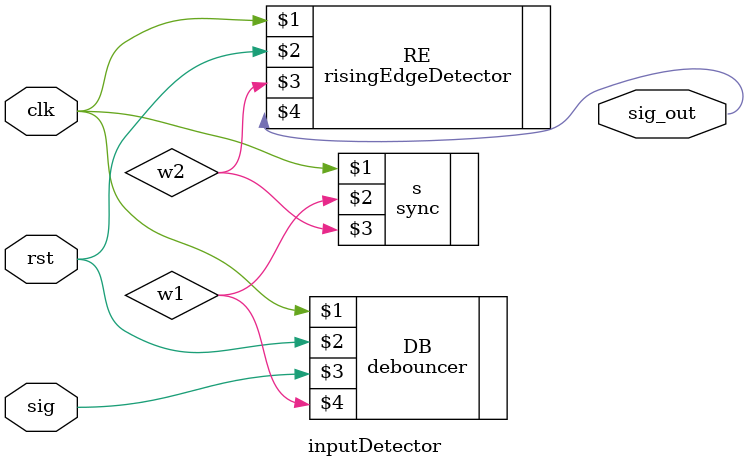
<source format=v>
`timescale 1ns / 1ps
/*******************************************************************
*
* Module: inputDetector.v
* Project: Digital-Alarm-Clock
* Author: Mazen Zaki (mazen.zaki@aucegypt.edu), Abdelrahman Taher Elessawy (elessawy@aucegypt.edu), Mohanad Hassan Saad (mohanadsamy@aucegypt.edu), Mustafa El Mahdy (mustafaelmahdy@aucegypt.edu)
* Description: Detects input by calling debouncer, sync and the rising edge detector.
*
* Change history: 
* 17/05/2024 – File created
*
**********************************************************************/

module inputDetector(input clk, rst, sig, output sig_out );
wire w1, w2;
debouncer DB (clk, rst,sig,w1);
sync s (clk, w1, w2);
risingEdgeDetector RE (clk, rst, w2, sig_out);
endmodule



</source>
